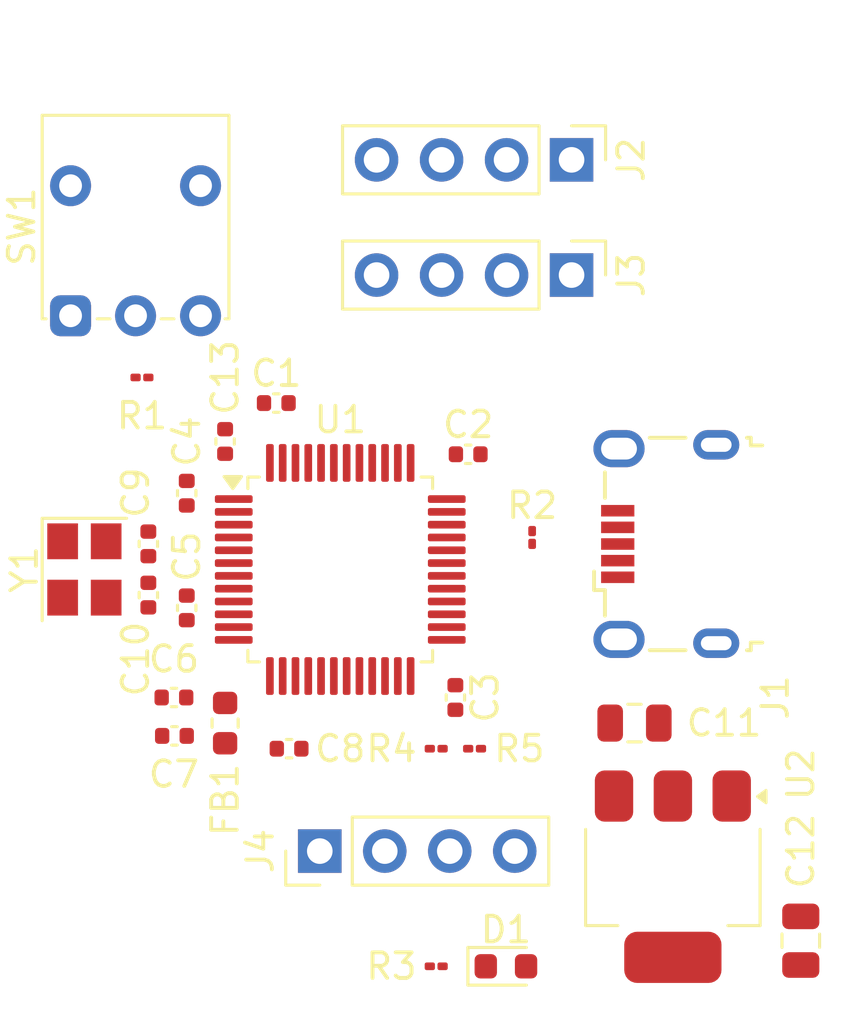
<source format=kicad_pcb>
(kicad_pcb (version 20240108) (generator "pcbnew") (generator_version "8.0")
  (layers (0 "F.Cu" signal) (31 "B.Cu" power) (34 "B.Paste" user) (35 "F.Paste" user) (36 "B.SilkS" user "B.Silkscreen") (37 "F.SilkS" user "F.Silkscreen") (38 "B.Mask" user) (39 "F.Mask" user) (44 "Edge.Cuts" user))
  (net 0 "")
  (net 1 "+3.3V")
  (net 2 "GND")
  (net 3 "+3.3VA")
  (net 4 "/NRST")
  (net 5 "/HSE_IN")
  (net 6 "/HSE_OUT")
  (net 7 "VBUS")
  (net 8 "/PWR_LED_K")
  (net 12 "/USB_D+")
  (net 15 "/USB_D-")
  (net 16 "/SWCLK")
  (net 17 "/SWDIO")
  (net 18 "/USART1_TX")
  (net 19 "/USART1_RX")
  (net 20 "/I2C2_SDA")
  (net 21 "/I2C2_SCL")
  (net 22 "/SW_BOOT0")
  (net 23 "Net-(U1-BOOT0)")
  (footprint "Resistor_SMD:R_01005_0402Metric" (layer "F.Cu") (at 159.25 98.5 180)
    (property "Reference" "R4" (at 1.75 0 360) (layer "F.SilkS"))
    (property "Value" "1k5")
    (pad "1" smd roundrect (at -0.25 0 180) (size 0.4 0.3) (layers "F.Cu" "F.Mask") (net 1 "+3.3V"))
    (pad "2" smd roundrect (at 0.25 0 180) (size 0.4 0.3) (layers "F.Cu" "F.Mask") (net 21 "/I2C2_SCL"))
  )
  (footprint "LED_SMD:LED_0603_1608Metric" (layer "F.Cu") (at 161.975 107)
    (property "Reference" "D1" (at 0 -1.43 0) (layer "F.SilkS"))
    (property "Value" "RED")
    (fp_line (start -1.485 -0.735) (end -1.485 0.735) (stroke (width 0.12)) (layer "F.SilkS"))
    (fp_line (start -1.485 0.735) (end 0.8 0.735) (stroke (width 0.12)) (layer "F.SilkS"))
    (fp_line (start 0.8 -0.735) (end -1.485 -0.735) (stroke (width 0.12)) (layer "F.SilkS"))
    (pad "1" smd roundrect (at -0.7875 0) (size 0.875 0.95) (layers "F.Cu" "F.Paste" "F.Mask") (net 8 "/PWR_LED_K"))
    (pad "2" smd roundrect (at 0.7875 0) (size 0.875 0.95) (layers "F.Cu" "F.Paste" "F.Mask") (net 1 "+3.3V"))
  )
  (footprint "Button_Switch_THT:SW_Push_1P2T_Vertical_E-Switch_800UDP8P1A1M6" (layer "F.Cu") (at 144.96 81.59 90)
    (property "Reference" "SW1" (at 3.48 -1.91 90) (layer "F.SilkS"))
    (property "Value" "SW_SPDT")
    (fp_line (start 7.83 -1.11) (end -0.12 -1.11) (stroke (width 0.12)) (layer "F.SilkS"))
    (fp_line (start -0.12 -1.11) (end -0.12 -0.96) (stroke (width 0.12)) (layer "F.SilkS"))
    (fp_line (start -0.12 1.54) (end -0.12 1.04) (stroke (width 0.12)) (layer "F.SilkS"))
    (fp_line (start -0.12 4.04) (end -0.12 3.54) (stroke (width 0.12)) (layer "F.SilkS"))
    (fp_line (start 7.83 6.19) (end 7.83 -1.11) (stroke (width 0.12)) (layer "F.SilkS"))
    (fp_line (start -0.12 6.19) (end -0.12 6.04) (stroke (width 0.12)) (layer "F.SilkS"))
    (fp_line (start -0.12 6.19) (end 7.83 6.19) (stroke (width 0.12)) (layer "F.SilkS"))
    (pad "" thru_hole circle (at 5.08 0 270) (size 1.6 1.6) (drill 0.89) (layers "*.Cu" "*.Mask"))
    (pad "" thru_hole circle (at 5.08 5.08 270) (size 1.6 1.6) (drill 0.89) (layers "*.Cu" "*.Mask"))
    (pad "1" thru_hole roundrect (at 0 0 270) (size 1.6 1.6) (drill 0.89) (layers "*.Cu" "*.Mask") (net 2 "GND"))
    (pad "2" thru_hole circle (at 0 2.54 270) (size 1.6 1.6) (drill 0.89) (layers "*.Cu" "*.Mask") (net 22 "/SW_BOOT0"))
    (pad "3" thru_hole circle (at 0 5.08 270) (size 1.6 1.6) (drill 0.89) (layers "*.Cu" "*.Mask") (net 1 "+3.3V"))
  )
  (footprint "Resistor_SMD:R_01005_0402Metric" (layer "F.Cu") (at 159.25 107 180)
    (property "Reference" "R3" (at 1.75 0 360) (layer "F.SilkS"))
    (property "Value" "1k5")
    (pad "1" smd roundrect (at -0.25 0 180) (size 0.4 0.3) (layers "F.Cu" "F.Mask") (net 8 "/PWR_LED_K"))
    (pad "2" smd roundrect (at 0.25 0 180) (size 0.4 0.3) (layers "F.Cu" "F.Mask") (net 2 "GND"))
  )
  (footprint "Connector_PinHeader_2.54mm:PinHeader_1x04_P2.54mm_Vertical" (layer "F.Cu") (at 164.54 80 -90)
    (property "Reference" "J3" (at 0 -2.33 90) (layer "F.SilkS"))
    (property "Value" "Conn_01x04_Pin")
    (fp_line (start -1.33 8.95) (end 1.33 8.95) (stroke (width 0.12)) (layer "F.SilkS"))
    (fp_line (start -1.33 1.27) (end -1.33 8.95) (stroke (width 0.12)) (layer "F.SilkS"))
    (fp_line (start -1.33 1.27) (end 1.33 1.27) (stroke (width 0.12)) (layer "F.SilkS"))
    (fp_line (start 1.33 1.27) (end 1.33 8.95) (stroke (width 0.12)) (layer "F.SilkS"))
    (fp_line (start -1.33 0) (end -1.33 -1.33) (stroke (width 0.12)) (layer "F.SilkS"))
    (fp_line (start -1.33 -1.33) (end 0 -1.33) (stroke (width 0.12)) (layer "F.SilkS"))
    (pad "1" thru_hole rect (at 0 0 270) (size 1.7 1.7) (drill 1) (layers "*.Cu" "*.Mask") (net 1 "+3.3V"))
    (pad "2" thru_hole oval (at 0 2.54 270) (size 1.7 1.7) (drill 1) (layers "*.Cu" "*.Mask") (net 18 "/USART1_TX"))
    (pad "3" thru_hole oval (at 0 5.08 270) (size 1.7 1.7) (drill 1) (layers "*.Cu" "*.Mask") (net 19 "/USART1_RX"))
    (pad "4" thru_hole oval (at 0 7.62 270) (size 1.7 1.7) (drill 1) (layers "*.Cu" "*.Mask") (net 2 "GND"))
  )
  (footprint "Package_TO_SOT_SMD:SOT-223-3_TabPin2" (layer "F.Cu") (at 168.5 103.5 -90)
    (property "Reference" "U2" (at -4 -5 90) (layer "F.SilkS"))
    (property "Value" "AMS1117-3.3")
    (fp_line (start -1.85 3.41) (end 1.91 3.41) (stroke (width 0.12)) (layer "F.SilkS"))
    (fp_line (start 1.91 3.41) (end 1.91 2.15) (stroke (width 0.12)) (layer "F.SilkS"))
    (fp_line (start -1.85 -3.41) (end 1.91 -3.41) (stroke (width 0.12)) (layer "F.SilkS"))
    (fp_line (start 1.91 -3.41) (end 1.91 -2.15) (stroke (width 0.12)) (layer "F.SilkS"))
    (fp_poly (pts (xy -3.13 -3.31) (xy -3.37 -3.64) (xy -2.89 -3.64) (xy -3.13 -3.31)) (stroke (width 0.12)) (fill solid) (layer "F.SilkS"))
    (pad "1" smd roundrect (at -3.15 -2.3 270) (size 2 1.5) (layers "F.Cu" "F.Paste" "F.Mask") (net 2 "GND"))
    (pad "2" smd roundrect (at -3.15 0 270) (size 2 1.5) (layers "F.Cu" "F.Paste" "F.Mask") (net 1 "+3.3V"))
    (pad "2" smd roundrect (at 3.15 0 270) (size 2 3.8) (layers "F.Cu" "F.Paste" "F.Mask") (net 1 "+3.3V"))
    (pad "3" smd roundrect (at -3.15 2.3 270) (size 2 1.5) (layers "F.Cu" "F.Paste" "F.Mask") (net 7 "VBUS"))
  )
  (footprint "Connector_PinHeader_2.54mm:PinHeader_1x04_P2.54mm_Vertical" (layer "F.Cu") (at 154.7 102.5 90)
    (property "Reference" "J4" (at 0 -2.33 90) (layer "F.SilkS"))
    (property "Value" "Conn_01x04_Pin")
    (fp_line (start -1.33 -1.33) (end 0 -1.33) (stroke (width 0.12)) (layer "F.SilkS"))
    (fp_line (start -1.33 0) (end -1.33 -1.33) (stroke (width 0.12)) (layer "F.SilkS"))
    (fp_line (start 1.33 1.27) (end 1.33 8.95) (stroke (width 0.12)) (layer "F.SilkS"))
    (fp_line (start -1.33 1.27) (end 1.33 1.27) (stroke (width 0.12)) (layer "F.SilkS"))
    (fp_line (start -1.33 1.27) (end -1.33 8.95) (stroke (width 0.12)) (layer "F.SilkS"))
    (fp_line (start -1.33 8.95) (end 1.33 8.95) (stroke (width 0.12)) (layer "F.SilkS"))
    (pad "1" thru_hole rect (at 0 0 90) (size 1.7 1.7) (drill 1) (layers "*.Cu" "*.Mask") (net 1 "+3.3V"))
    (pad "2" thru_hole oval (at 0 2.54 90) (size 1.7 1.7) (drill 1) (layers "*.Cu" "*.Mask") (net 21 "/I2C2_SCL"))
    (pad "3" thru_hole oval (at 0 5.08 90) (size 1.7 1.7) (drill 1) (layers "*.Cu" "*.Mask") (net 20 "/I2C2_SDA"))
    (pad "4" thru_hole oval (at 0 7.62 90) (size 1.7 1.7) (drill 1) (layers "*.Cu" "*.Mask") (net 2 "GND"))
  )
  (footprint "Resistor_SMD:R_01005_0402Metric" (layer "F.Cu") (at 163 90.25 -90)
    (property "Reference" "R2" (at -1.25 0 0) (layer "F.SilkS"))
    (property "Value" "1k5")
    (pad "1" smd roundrect (at -0.25 0 270) (size 0.4 0.3) (layers "F.Cu" "F.Mask") (net 1 "+3.3V"))
    (pad "2" smd roundrect (at 0.25 0 270) (size 0.4 0.3) (layers "F.Cu" "F.Mask") (net 12 "/USB_D+"))
  )
  (footprint "Crystal:Crystal_SMD_3225-4Pin_3.2x2.5mm" (layer "F.Cu") (at 145.5 91.5 -90)
    (property "Reference" "Y1" (at 0 2.35 90) (layer "F.SilkS"))
    (property "Value" "16MHz")
    (fp_line (start -2 1.65) (end 2 1.65) (stroke (width 0.12)) (layer "F.SilkS"))
    (fp_line (start -2 -1.65) (end -2 1.65) (stroke (width 0.12)) (layer "F.SilkS"))
    (pad "1" smd rect (at -1.1 0.85 270) (size 1.4 1.2) (layers "F.Cu" "F.Paste" "F.Mask") (net 5 "/HSE_IN"))
    (pad "2" smd rect (at 1.1 0.85 270) (size 1.4 1.2) (layers "F.Cu" "F.Paste" "F.Mask") (net 2 "GND"))
    (pad "3" smd rect (at 1.1 -0.85 270) (size 1.4 1.2) (layers "F.Cu" "F.Paste" "F.Mask") (net 6 "/HSE_OUT"))
    (pad "4" smd rect (at -1.1 -0.85 270) (size 1.4 1.2) (layers "F.Cu" "F.Paste" "F.Mask") (net 2 "GND"))
  )
  (footprint "Connector_PinHeader_2.54mm:PinHeader_1x04_P2.54mm_Vertical" (layer "F.Cu") (at 164.54 75.5 -90)
    (property "Reference" "J2" (at 0 -2.33 90) (layer "F.SilkS"))
    (property "Value" "Conn_01x04_Pin")
    (fp_line (start -1.33 8.95) (end 1.33 8.95) (stroke (width 0.12)) (layer "F.SilkS"))
    (fp_line (start -1.33 1.27) (end -1.33 8.95) (stroke (width 0.12)) (layer "F.SilkS"))
    (fp_line (start -1.33 1.27) (end 1.33 1.27) (stroke (width 0.12)) (layer "F.SilkS"))
    (fp_line (start 1.33 1.27) (end 1.33 8.95) (stroke (width 0.12)) (layer "F.SilkS"))
    (fp_line (start -1.33 0) (end -1.33 -1.33) (stroke (width 0.12)) (layer "F.SilkS"))
    (fp_line (start -1.33 -1.33) (end 0 -1.33) (stroke (width 0.12)) (layer "F.SilkS"))
    (pad "1" thru_hole rect (at 0 0 270) (size 1.7 1.7) (drill 1) (layers "*.Cu" "*.Mask") (net 1 "+3.3V"))
    (pad "2" thru_hole oval (at 0 2.54 270) (size 1.7 1.7) (drill 1) (layers "*.Cu" "*.Mask") (net 17 "/SWDIO"))
    (pad "3" thru_hole oval (at 0 5.08 270) (size 1.7 1.7) (drill 1) (layers "*.Cu" "*.Mask") (net 16 "/SWCLK"))
    (pad "4" thru_hole oval (at 0 7.62 270) (size 1.7 1.7) (drill 1) (layers "*.Cu" "*.Mask") (net 2 "GND"))
  )
  (footprint "Capacitor_SMD:C_0402_1005Metric" (layer "F.Cu") (at 148 90.5 90)
    (property "Reference" "C9" (at 2 -0.5 90) (layer "F.SilkS"))
    (property "Value" "10p")
    (fp_line (start -0.107836 -0.36) (end 0.107836 -0.36) (stroke (width 0.12)) (layer "F.SilkS"))
    (fp_line (start -0.107836 0.36) (end 0.107836 0.36) (stroke (width 0.12)) (layer "F.SilkS"))
    (pad "1" smd roundrect (at -0.48 0 90) (size 0.56 0.62) (layers "F.Cu" "F.Paste" "F.Mask") (net 5 "/HSE_IN"))
    (pad "2" smd roundrect (at 0.48 0 90) (size 0.56 0.62) (layers "F.Cu" "F.Paste" "F.Mask") (net 2 "GND"))
  )
  (footprint "Capacitor_SMD:C_0402_1005Metric" (layer "F.Cu") (at 149.02 98 180)
    (property "Reference" "C7" (at 0.02 -1.5 360) (layer "F.SilkS"))
    (property "Value" "1u")
    (fp_line (start -0.107836 0.36) (end 0.107836 0.36) (stroke (width 0.12)) (layer "F.SilkS"))
    (fp_line (start -0.107836 -0.36) (end 0.107836 -0.36) (stroke (width 0.12)) (layer "F.SilkS"))
    (pad "1" smd roundrect (at -0.48 0 180) (size 0.56 0.62) (layers "F.Cu" "F.Paste" "F.Mask") (net 1 "+3.3V"))
    (pad "2" smd roundrect (at 0.48 0 180) (size 0.56 0.62) (layers "F.Cu" "F.Paste" "F.Mask") (net 2 "GND"))
  )
  (footprint "Capacitor_SMD:C_0805_2012Metric" (layer "F.Cu") (at 167 97.5)
    (property "Reference" "C11" (at 3.5 0 0) (layer "F.SilkS"))
    (property "Value" "22u")
    (fp_line (start -0.261252 -0.735) (end 0.261252 -0.735) (stroke (width 0.12)) (layer "F.SilkS"))
    (fp_line (start -0.261252 0.735) (end 0.261252 0.735) (stroke (width 0.12)) (layer "F.SilkS"))
    (pad "1" smd roundrect (at -0.95 0) (size 1 1.45) (layers "F.Cu" "F.Paste" "F.Mask") (net 7 "VBUS"))
    (pad "2" smd roundrect (at 0.95 0) (size 1 1.45) (layers "F.Cu" "F.Paste" "F.Mask") (net 2 "GND"))
  )
  (footprint "Connector_USB:USB_Micro-B_Wuerth_629105150521" (layer "F.Cu") (at 168.245 90.505 90)
    (property "Reference" "J1" (at -5.995 4.255 90) (layer "F.SilkS"))
    (property "Value" "USB_B_Micro")
    (fp_line (start -1.075 -2.825) (end -1.8 -2.825) (stroke (width 0.15)) (layer "F.SilkS"))
    (fp_line (start -1.8 -2.825) (end -1.8 -2.4) (stroke (width 0.15)) (layer "F.SilkS"))
    (fp_line (start 1.8 -2.4) (end 2.8 -2.4) (stroke (width 0.15)) (layer "F.SilkS"))
    (fp_line (start -1.8 -2.4) (end -2.8 -2.4) (stroke (width 0.15)) (layer "F.SilkS"))
    (fp_line (start -4.15 -0.65) (end -4.15 0.75) (stroke (width 0.15)) (layer "F.SilkS"))
    (fp_line (start 4.15 0.75) (end 4.15 -0.65) (stroke (width 0.15)) (layer "F.SilkS"))
    (fp_line (start -4.15 3.15) (end -4.15 3.3) (stroke (width 0.15)) (layer "F.SilkS"))
    (fp_line (start 4.15 3.3) (end 4.15 3.15) (stroke (width 0.15)) (layer "F.SilkS"))
    (fp_line (start 3.85 3.3) (end 4.15 3.3) (stroke (width 0.15)) (layer "F.SilkS"))
    (fp_line (start -3.85 3.3) (end -3.85 3.75) (stroke (width 0.15)) (layer "F.SilkS"))
    (fp_line (start -4.15 3.3) (end -3.85 3.3) (stroke (width 0.15)) (layer "F.SilkS"))
    (fp_line (start 3.85 3.75) (end 3.85 3.3) (stroke (width 0.15)) (layer "F.SilkS"))
    (pad "" np_thru_hole oval (at -2.5 -0.8 90) (size 0.8 0.8) (drill 0.8) (layers "*.Cu" "*.Mask"))
    (pad "" np_thru_hole oval (at 2.5 -0.8 90) (size 0.8 0.8) (drill 0.8) (layers "*.Cu" "*.Mask"))
    (pad "1" smd rect (at -1.3 -1.9 90) (size 0.45 1.3) (layers "F.Cu" "F.Paste" "F.Mask") (net 7 "VBUS"))
    (pad "2" smd rect (at -0.65 -1.9 90) (size 0.45 1.3) (layers "F.Cu" "F.Paste" "F.Mask") (net 15 "/USB_D-"))
    (pad "3" smd rect (at 0 -1.9 90) (size 0.45 1.3) (layers "F.Cu" "F.Paste" "F.Mask") (net 12 "/USB_D+"))
    (pad "4" smd rect (at 0.65 -1.9 90) (size 0.45 1.3) (layers "F.Cu" "F.Paste" "F.Mask"))
    (pad "5" smd rect (at 1.3 -1.9 90) (size 0.45 1.3) (layers "F.Cu" "F.Paste" "F.Mask") (net 2 "GND"))
    (pad "6" thru_hole oval (at -3.875 1.95 90) (size 1.15 1.8) (drill oval 0.55 1.2) (layers "*.Cu" "*.Mask"))
    (pad "6" thru_hole oval (at -3.725 -1.85 90) (size 1.45 2) (drill oval 0.85 1.4) (layers "*.Cu" "*.Mask"))
    (pad "6" thru_hole oval (at 3.725 -1.85 90) (size 1.45 2) (drill oval 0.85 1.4) (layers "*.Cu" "*.Mask"))
    (pad "6" thru_hole oval (at 3.875 1.95 90) (size 1.15 1.8) (drill oval 0.55 1.2) (layers "*.Cu" "*.Mask"))
  )
  (footprint "Capacitor_SMD:C_0402_1005Metric" (layer "F.Cu") (at 153 85)
    (property "Reference" "C1" (at 0 -1.16 0) (layer "F.SilkS"))
    (property "Value" "100n")
    (fp_line (start -0.107836 -0.36) (end 0.107836 -0.36) (stroke (width 0.12)) (layer "F.SilkS"))
    (fp_line (start -0.107836 0.36) (end 0.107836 0.36) (stroke (width 0.12)) (layer "F.SilkS"))
    (pad "1" smd roundrect (at -0.48 0) (size 0.56 0.62) (layers "F.Cu" "F.Paste" "F.Mask") (net 1 "+3.3V"))
    (pad "2" smd roundrect (at 0.48 0) (size 0.56 0.62) (layers "F.Cu" "F.Paste" "F.Mask") (net 2 "GND"))
  )
  (footprint "Capacitor_SMD:C_0402_1005Metric" (layer "F.Cu") (at 151 86.5 90)
    (property "Reference" "C13" (at 2.5 0 90) (layer "F.SilkS"))
    (property "Value" "100n")
    (fp_line (start -0.107836 -0.36) (end 0.107836 -0.36) (stroke (width 0.12)) (layer "F.SilkS"))
    (fp_line (start -0.107836 0.36) (end 0.107836 0.36) (stroke (width 0.12)) (layer "F.SilkS"))
    (pad "1" smd roundrect (at -0.48 0 90) (size 0.56 0.62) (layers "F.Cu" "F.Paste" "F.Mask") (net 1 "+3.3V"))
    (pad "2" smd roundrect (at 0.48 0 90) (size 0.56 0.62) (layers "F.Cu" "F.Paste" "F.Mask") (net 2 "GND"))
  )
  (footprint "Capacitor_SMD:C_0402_1005Metric" (layer "F.Cu") (at 149.5 88.52 90)
    (property "Reference" "C4" (at 2.02 0 90) (layer "F.SilkS"))
    (property "Value" "10u")
    (fp_line (start -0.107836 -0.36) (end 0.107836 -0.36) (stroke (width 0.12)) (layer "F.SilkS"))
    (fp_line (start -0.107836 0.36) (end 0.107836 0.36) (stroke (width 0.12)) (layer "F.SilkS"))
    (pad "1" smd roundrect (at -0.48 0 90) (size 0.56 0.62) (layers "F.Cu" "F.Paste" "F.Mask") (net 1 "+3.3V"))
    (pad "2" smd roundrect (at 0.48 0 90) (size 0.56 0.62) (layers "F.Cu" "F.Paste" "F.Mask") (net 2 "GND"))
  )
  (footprint "Resistor_SMD:R_01005_0402Metric" (layer "F.Cu") (at 160.75 98.5)
    (property "Reference" "R5" (at 1.75 0 360) (layer "F.SilkS"))
    (property "Value" "1k5")
    (pad "1" smd roundrect (at -0.25 0) (size 0.4 0.3) (layers "F.Cu" "F.Mask") (net 1 "+3.3V"))
    (pad "2" smd roundrect (at 0.25 0) (size 0.4 0.3) (layers "F.Cu" "F.Mask") (net 20 "/I2C2_SDA"))
  )
  (footprint "Inductor_SMD:L_0603_1608Metric" (layer "F.Cu") (at 151 97.5 -90)
    (property "Reference" "FB1" (at 3 0 90) (layer "F.SilkS"))
    (property "Value" "120R")
    (fp_line (start -0.162779 0.51) (end 0.162779 0.51) (stroke (width 0.12)) (layer "F.SilkS"))
    (fp_line (start -0.162779 -0.51) (end 0.162779 -0.51) (stroke (width 0.12)) (layer "F.SilkS"))
    (pad "1" smd roundrect (at -0.7875 0 270) (size 0.875 0.95) (layers "F.Cu" "F.Paste" "F.Mask") (net 3 "+3.3VA"))
    (pad "2" smd roundrect (at 0.7875 0 270) (size 0.875 0.95) (layers "F.Cu" "F.Paste" "F.Mask") (net 1 "+3.3V"))
  )
  (footprint "Capacitor_SMD:C_0402_1005Metric" (layer "F.Cu") (at 160 96.5 -90)
    (property "Reference" "C3" (at 0 -1.16 90) (layer "F.SilkS"))
    (property "Value" "100n")
    (fp_line (start -0.107836 0.36) (end 0.107836 0.36) (stroke (width 0.12)) (layer "F.SilkS"))
    (fp_line (start -0.107836 -0.36) (end 0.107836 -0.36) (stroke (width 0.12)) (layer "F.SilkS"))
    (pad "1" smd roundrect (at -0.48 0 270) (size 0.56 0.62) (layers "F.Cu" "F.Paste" "F.Mask") (net 1 "+3.3V"))
    (pad "2" smd roundrect (at 0.48 0 270) (size 0.56 0.62) (layers "F.Cu" "F.Paste" "F.Mask") (net 2 "GND"))
  )
  (footprint "Capacitor_SMD:C_0402_1005Metric" (layer "F.Cu") (at 149 96.5 180)
    (property "Reference" "C6" (at 0 1.5 360) (layer "F.SilkS"))
    (property "Value" "1u")
    (fp_line (start -0.107836 0.36) (end 0.107836 0.36) (stroke (width 0.12)) (layer "F.SilkS"))
    (fp_line (start -0.107836 -0.36) (end 0.107836 -0.36) (stroke (width 0.12)) (layer "F.SilkS"))
    (pad "1" smd roundrect (at -0.48 0 180) (size 0.56 0.62) (layers "F.Cu" "F.Paste" "F.Mask") (net 3 "+3.3VA"))
    (pad "2" smd roundrect (at 0.48 0 180) (size 0.56 0.62) (layers "F.Cu" "F.Paste" "F.Mask") (net 2 "GND"))
  )
  (footprint "Capacitor_SMD:C_0805_2012Metric" (layer "F.Cu") (at 173.5 106 90)
    (property "Reference" "C12" (at 3.5 0 90) (layer "F.SilkS"))
    (property "Value" "22u")
    (fp_line (start -0.261252 -0.735) (end 0.261252 -0.735) (stroke (width 0.12)) (layer "F.SilkS"))
    (fp_line (start -0.261252 0.735) (end 0.261252 0.735) (stroke (width 0.12)) (layer "F.SilkS"))
    (pad "1" smd roundrect (at -0.95 0 90) (size 1 1.45) (layers "F.Cu" "F.Paste" "F.Mask") (net 1 "+3.3V"))
    (pad "2" smd roundrect (at 0.95 0 90) (size 1 1.45) (layers "F.Cu" "F.Paste" "F.Mask") (net 2 "GND"))
  )
  (footprint "Resistor_SMD:R_01005_0402Metric" (layer "F.Cu") (at 147.75 84)
    (property "Reference" "R1" (at 0 1.5 0) (layer "F.SilkS"))
    (property "Value" "10K")
    (pad "1" smd roundrect (at -0.25 0) (size 0.4 0.3) (layers "F.Cu" "F.Mask") (net 22 "/SW_BOOT0"))
    (pad "2" smd roundrect (at 0.25 0) (size 0.4 0.3) (layers "F.Cu" "F.Mask") (net 23 "Net-(U1-BOOT0)"))
  )
  (footprint "Package_QFP:LQFP-48_7x7mm_P0.5mm" (layer "F.Cu") (at 155.5 91.5)
    (property "Reference" "U1" (at 0 -5.85 360) (layer "F.SilkS"))
    (property "Value" "STM32F103C8Tx")
    (fp_line (start -3.61 -3.61) (end -3.61 -3.16) (stroke (width 0.12)) (layer "F.SilkS"))
    (fp_line (start -3.61 3.61) (end -3.61 3.16) (stroke (width 0.12)) (layer "F.SilkS"))
    (fp_line (start -3.16 -3.61) (end -3.61 -3.61) (stroke (width 0.12)) (layer "F.SilkS"))
    (fp_line (start -3.16 3.61) (end -3.61 3.61) (stroke (width 0.12)) (layer "F.SilkS"))
    (fp_line (start 3.16 -3.61) (end 3.61 -3.61) (stroke (width 0.12)) (layer "F.SilkS"))
    (fp_line (start 3.16 3.61) (end 3.61 3.61) (stroke (width 0.12)) (layer "F.SilkS"))
    (fp_line (start 3.61 -3.61) (end 3.61 -3.16) (stroke (width 0.12)) (layer "F.SilkS"))
    (fp_line (start 3.61 3.61) (end 3.61 3.16) (stroke (width 0.12)) (layer "F.SilkS"))
    (fp_poly (pts (xy -4.2 -3.16) (xy -4.54 -3.63) (xy -3.86 -3.63) (xy -4.2 -3.16)) (stroke (width 0.12)) (fill solid) (layer "F.SilkS"))
    (pad "1" smd roundrect (at -4.1625 -2.75) (size 1.475 0.3) (layers "F.Cu" "F.Paste" "F.Mask") (net 1 "+3.3V"))
    (pad "2" smd roundrect (at -4.1625 -2.25) (size 1.475 0.3) (layers "F.Cu" "F.Paste" "F.Mask"))
    (pad "3" smd roundrect (at -4.1625 -1.75) (size 1.475 0.3) (layers "F.Cu" "F.Paste" "F.Mask"))
    (pad "4" smd roundrect (at -4.1625 -1.25) (size 1.475 0.3) (layers "F.Cu" "F.Paste" "F.Mask"))
    (pad "5" smd roundrect (at -4.1625 -0.75) (size 1.475 0.3) (layers "F.Cu" "F.Paste" "F.Mask") (net 5 "/HSE_IN"))
    (pad "6" smd roundrect (at -4.1625 -0.25) (size 1.475 0.3) (layers "F.Cu" "F.Paste" "F.Mask") (net 6 "/HSE_OUT"))
    (pad "7" smd roundrect (at -4.1625 0.25) (size 1.475 0.3) (layers "F.Cu" "F.Paste" "F.Mask") (net 4 "/NRST"))
    (pad "8" smd roundrect (at -4.1625 0.75) (size 1.475 0.3) (layers "F.Cu" "F.Paste" "F.Mask") (net 2 "GND"))
    (pad "9" smd roundrect (at -4.1625 1.25) (size 1.475 0.3) (layers "F.Cu" "F.Paste" "F.Mask") (net 3 "+3.3VA"))
    (pad "10" smd roundrect (at -4.1625 1.75) (size 1.475 0.3) (layers "F.Cu" "F.Paste" "F.Mask"))
    (pad "11" smd roundrect (at -4.1625 2.25) (size 1.475 0.3) (layers "F.Cu" "F.Paste" "F.Mask"))
    (pad "12" smd roundrect (at -4.1625 2.75) (size 1.475 0.3) (layers "F.Cu" "F.Paste" "F.Mask"))
    (pad "13" smd roundrect (at -2.75 4.1625) (size 0.3 1.475) (layers "F.Cu" "F.Paste" "F.Mask"))
    (pad "14" smd roundrect (at -2.25 4.1625) (size 0.3 1.475) (layers "F.Cu" "F.Paste" "F.Mask"))
    (pad "15" smd roundrect (at -1.75 4.1625) (size 0.3 1.475) (layers "F.Cu" "F.Paste" "F.Mask"))
    (pad "16" smd roundrect (at -1.25 4.1625) (size 0.3 1.475) (layers "F.Cu" "F.Paste" "F.Mask"))
    (pad "17" smd roundrect (at -0.75 4.1625) (size 0.3 1.475) (layers "F.Cu" "F.Paste" "F.Mask"))
    (pad "18" smd roundrect (at -0.25 4.1625) (size 0.3 1.475) (layers "F.Cu" "F.Paste" "F.Mask"))
    (pad "19" smd roundrect (at 0.25 4.1625) (size 0.3 1.475) (layers "F.Cu" "F.Paste" "F.Mask"))
    (pad "20" smd roundrect (at 0.75 4.1625) (size 0.3 1.475) (layers "F.Cu" "F.Paste" "F.Mask"))
    (pad "21" smd roundrect (at 1.25 4.1625) (size 0.3 1.475) (layers "F.Cu" "F.Paste" "F.Mask") (net 21 "/I2C2_SCL"))
    (pad "22" smd roundrect (at 1.75 4.1625) (size 0.3 1.475) (layers "F.Cu" "F.Paste" "F.Mask") (net 20 "/I2C2_SDA"))
    (pad "23" smd roundrect (at 2.25 4.1625) (size 0.3 1.475) (layers "F.Cu" "F.Paste" "F.Mask") (net 2 "GND"))
    (pad "24" smd roundrect (at 2.75 4.1625) (size 0.3 1.475) (layers "F.Cu" "F.Paste" "F.Mask") (net 1 "+3.3V"))
    (pad "25" smd roundrect (at 4.1625 2.75) (size 1.475 0.3) (layers "F.Cu" "F.Paste" "F.Mask"))
    (pad "26" smd roundrect (at 4.1625 2.25) (size 1.475 0.3) (layers "F.Cu" "F.Paste" "F.Mask"))
    (pad "27" smd roundrect (at 4.1625 1.75) (size 1.475 0.3) (layers "F.Cu" "F.Paste" "F.Mask"))
    (pad "28" smd roundrect (at 4.1625 1.25) (size 1.475 0.3) (layers "F.Cu" "F.Paste" "F.Mask"))
    (pad "29" smd roundrect (at 4.1625 0.75) (size 1.475 0.3) (layers "F.Cu" "F.Paste" "F.Mask"))
    (pad "30" smd roundrect (at 4.1625 0.25) (size 1.475 0.3) (layers "F.Cu" "F.Paste" "F.Mask"))
    (pad "31" smd roundrect (at 4.1625 -0.25) (size 1.475 0.3) (layers "F.Cu" "F.Paste" "F.Mask"))
    (pad "32" smd roundrect (at 4.1625 -0.75) (size 1.475 0.3) (layers "F.Cu" "F.Paste" "F.Mask") (net 15 "/USB_D-"))
    (pad "33" smd roundrect (at 4.1625 -1.25) (size 1.475 0.3) (layers "F.Cu" "F.Paste" "F.Mask") (net 12 "/USB_D+"))
    (pad "34" smd roundrect (at 4.1625 -1.75) (size 1.475 0.3) (layers "F.Cu" "F.Paste" "F.Mask") (net 17 "/SWDIO"))
    (pad "35" smd roundrect (at 4.1625 -2.25) (size 1.475 0.3) (layers "F.Cu" "F.Paste" "F.Mask") (net 2 "GND"))
    (pad "36" smd roundrect (at 4.1625 -2.75) (size 1.475 0.3) (layers "F.Cu" "F.Paste" "F.Mask") (net 1 "+3.3V"))
    (pad "37" smd roundrect (at 2.75 -4.1625) (size 0.3 1.475) (layers "F.Cu" "F.Paste" "F.Mask") (net 16 "/SWCLK"))
    (pad "38" smd roundrect (at 2.25 -4.1625) (size 0.3 1.475) (layers "F.Cu" "F.Paste" "F.Mask"))
    (pad "39" smd roundrect (at 1.75 -4.1625) (size 0.3 1.475) (layers "F.Cu" "F.Paste" "F.Mask"))
    (pad "40" smd roundrect (at 1.25 -4.1625) (size 0.3 1.475) (layers "F.Cu" "F.Paste" "F.Mask"))
    (pad "41" smd roundrect (at 0.75 -4.1625) (size 0.3 1.475) (layers "F.Cu" "F.Paste" "F.Mask"))
    (pad "42" smd roundrect (at 0.25 -4.1625) (size 0.3 1.475) (layers "F.Cu" "F.Paste" "F.Mask") (net 18 "/USART1_TX"))
    (pad "43" smd roundrect (at -0.25 -4.1625) (size 0.3 1.475) (layers "F.Cu" "F.Paste" "F.Mask") (net 19 "/USART1_RX"))
    (pad "44" smd roundrect (at -0.75 -4.1625) (size 0.3 1.475) (layers "F.Cu" "F.Paste" "F.Mask") (net 23 "Net-(U1-BOOT0)"))
    (pad "45" smd roundrect (at -1.25 -4.1625) (size 0.3 1.475) (layers "F.Cu" "F.Paste" "F.Mask"))
    (pad "46" smd roundrect (at -1.75 -4.1625) (size 0.3 1.475) (layers "F.Cu" "F.Paste" "F.Mask"))
    (pad "47" smd roundrect (at -2.25 -4.1625) (size 0.3 1.475) (layers "F.Cu" "F.Paste" "F.Mask") (net 2 "GND"))
    (pad "48" smd roundrect (at -2.75 -4.1625) (size 0.3 1.475) (layers "F.Cu" "F.Paste" "F.Mask") (net 1 "+3.3V"))
  )
  (footprint "Capacitor_SMD:C_0402_1005Metric" (layer "F.Cu") (at 160.5 87)
    (property "Reference" "C2" (at 0 -1.16 360) (layer "F.SilkS"))
    (property "Value" "100n")
    (fp_line (start -0.107836 -0.36) (end 0.107836 -0.36) (stroke (width 0.12)) (layer "F.SilkS"))
    (fp_line (start -0.107836 0.36) (end 0.107836 0.36) (stroke (width 0.12)) (layer "F.SilkS"))
    (pad "1" smd roundrect (at -0.48 0) (size 0.56 0.62) (layers "F.Cu" "F.Paste" "F.Mask") (net 1 "+3.3V"))
    (pad "2" smd roundrect (at 0.48 0) (size 0.56 0.62) (layers "F.Cu" "F.Paste" "F.Mask") (net 2 "GND"))
  )
  (footprint "Capacitor_SMD:C_0402_1005Metric" (layer "F.Cu") (at 149.5 93 90)
    (property "Reference" "C5" (at 2 0 90) (layer "F.SilkS"))
    (property "Value" "10n")
    (fp_line (start -0.107836 -0.36) (end 0.107836 -0.36) (stroke (width 0.12)) (layer "F.SilkS"))
    (fp_line (start -0.107836 0.36) (end 0.107836 0.36) (stroke (width 0.12)) (layer "F.SilkS"))
    (pad "1" smd roundrect (at -0.48 0 90) (size 0.56 0.62) (layers "F.Cu" "F.Paste" "F.Mask") (net 3 "+3.3VA"))
    (pad "2" smd roundrect (at 0.48 0 90) (size 0.56 0.62) (layers "F.Cu" "F.Paste" "F.Mask") (net 2 "GND"))
  )
  (footprint "Capacitor_SMD:C_0402_1005Metric" (layer "F.Cu") (at 153.5 98.5)
    (property "Reference" "C8" (at 2 0 360) (layer "F.SilkS"))
    (property "Value" "100n")
    (fp_line (start -0.107836 -0.36) (end 0.107836 -0.36) (stroke (width 0.12)) (layer "F.SilkS"))
    (fp_line (start -0.107836 0.36) (end 0.107836 0.36) (stroke (width 0.12)) (layer "F.SilkS"))
    (pad "1" smd roundrect (at -0.48 0) (size 0.56 0.62) (layers "F.Cu" "F.Paste" "F.Mask") (net 4 "/NRST"))
    (pad "2" smd roundrect (at 0.48 0) (size 0.56 0.62) (layers "F.Cu" "F.Paste" "F.Mask") (net 2 "GND"))
  )
  (footprint "Capacitor_SMD:C_0402_1005Metric" (layer "F.Cu") (at 148 92.5 90)
    (property "Reference" "C10" (at -2.5 -0.5 90) (layer "F.SilkS"))
    (property "Value" "10p")
    (fp_line (start -0.107836 -0.36) (end 0.107836 -0.36) (stroke (width 0.12)) (layer "F.SilkS"))
    (fp_line (start -0.107836 0.36) (end 0.107836 0.36) (stroke (width 0.12)) (layer "F.SilkS"))
    (pad "1" smd roundrect (at -0.48 0 90) (size 0.56 0.62) (layers "F.Cu" "F.Paste" "F.Mask") (net 6 "/HSE_OUT"))
    (pad "2" smd roundrect (at 0.48 0 90) (size 0.56 0.62) (layers "F.Cu" "F.Paste" "F.Mask") (net 2 "GND"))
  )
)
</source>
